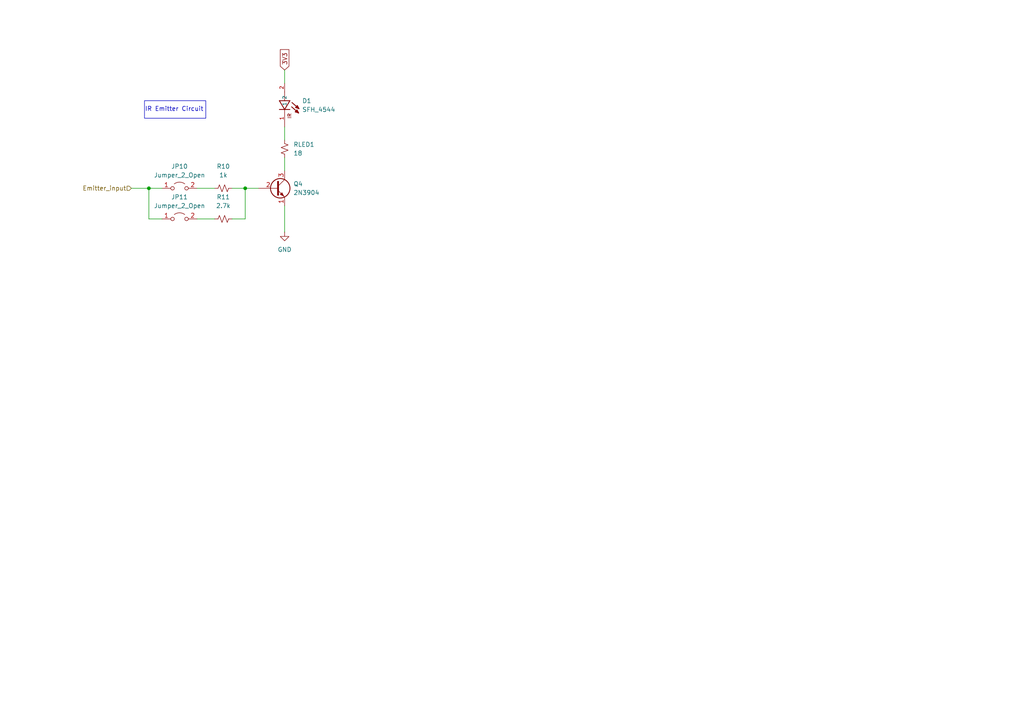
<source format=kicad_sch>
(kicad_sch (version 20231120) (generator "eeschema") (generator_version "8.0")
  (paper "A4")
  (lib_symbols
    (symbol "Device:R_Small_US" (pin_numbers hide) (pin_names (offset 0.254) hide)
      (property "Reference" "R" (at 0.762 0.508 0))
      (property "Value" "R_Small_US" (at 0.762 -1.016 0))
      (symbol "R_Small_US_1_1"
        (polyline (pts (xy 0 0) (xy 1.016 -0.381) (xy 0 -0.762) (xy -1.016 -1.143) (xy 0 -1.524)))
        (polyline (pts (xy 0 1.524) (xy 1.016 1.143) (xy 0 0.762) (xy -1.016 0.381) (xy 0 0)))
        (pin passive line (at 0 2.54 270) (length 1.016) (name "~") (number "1"))
        (pin passive line (at 0 -2.54 90) (length 1.016) (name "~") (number "2"))
      )
    )
    (symbol "Jumper:Jumper_2_Open" (pin_names (offset 0) hide)
      (property "Reference" "JP" (at 0 2.794 0))
      (property "Value" "Jumper_2_Open" (at 0 -2.286 0))
      (symbol "Jumper_2_Open_0_0"
        (circle (center -2.032 0) (radius 0.508))
        (circle (center 2.032 0) (radius 0.508))
      )
      (symbol "Jumper_2_Open_0_1"
        (arc (start 1.524 1.27) (mid 0 1.778) (end -1.524 1.27))
      )
      (symbol "Jumper_2_Open_1_1"
        (pin passive line (at -5.08 0 0) (length 2.54) (name "A") (number "1"))
        (pin passive line (at 5.08 0 180) (length 2.54) (name "B") (number "2"))
      )
    )
    (symbol "SFH_4544:SFH_4544" (pin_names (offset 1.016))
      (property "Reference" "D" (at -3.556 4.826 0))
      (property "Value" "SFH_4544" (at -3.556 -3.302 0))
      (symbol "SFH_4544_0_0"
        (polyline (pts (xy -2.54 -1.524) (xy 0 0)) (stroke (width 0.254)))
        (polyline (pts (xy -2.54 0) (xy -5.08 0)) (stroke (width 0.1524)))
        (polyline (pts (xy -2.54 0) (xy -2.54 -1.524)) (stroke (width 0.254)))
        (polyline (pts (xy -2.54 1.524) (xy -2.54 0)) (stroke (width 0.254)))
        (polyline (pts (xy -1.1176 3.683) (xy -0.2286 4.1656)) (stroke (width 0.254)))
        (polyline (pts (xy -0.9398 3.6068) (xy -0.7112 3.7592)) (stroke (width 0.254)))
        (polyline (pts (xy -0.5588 3.2004) (xy -1.1176 3.683)) (stroke (width 0.254)))
        (polyline (pts (xy -0.5588 3.2004) (xy -0.5334 3.937)) (stroke (width 0.254)))
        (polyline (pts (xy -0.5334 3.937) (xy -0.6604 3.937)) (stroke (width 0.254)))
        (polyline (pts (xy -0.2286 4.1656) (xy -2.0066 2.1336)) (stroke (width 0.254)))
        (polyline (pts (xy -0.2286 4.1656) (xy -0.5588 3.2004)) (stroke (width 0.254)))
        (polyline (pts (xy 0 0) (xy -2.54 1.524)) (stroke (width 0.254)))
        (polyline (pts (xy 0 1.524) (xy 0 -1.524)) (stroke (width 0.254)))
        (polyline (pts (xy 0.127 3.5814) (xy 1.016 4.064)) (stroke (width 0.254)))
        (polyline (pts (xy 0.3048 3.5052) (xy 0.5334 3.6576)) (stroke (width 0.254)))
        (polyline (pts (xy 0.6858 3.0988) (xy 0.127 3.5814)) (stroke (width 0.254)))
        (polyline (pts (xy 0.6858 3.0988) (xy 0.7112 3.8354)) (stroke (width 0.254)))
        (polyline (pts (xy 0.7112 3.8354) (xy 0.5842 3.8354)) (stroke (width 0.254)))
        (polyline (pts (xy 1.016 4.064) (xy -0.762 2.032)) (stroke (width 0.254)))
        (polyline (pts (xy 1.016 4.064) (xy 0.6858 3.0988)) (stroke (width 0.254)))
        (text "IR" (at 1.016 2.032 0) (effects (font (size 1.016 1.016)) (justify left bottom)))
      )
      (symbol "SFH_4544_1_0"
        (pin passive line (at 5.08 0 180) (length 5.08) (name "1") (number "1"))
        (pin passive line (at -7.62 0 0) (length 2.54) (name "2") (number "2"))
      )
    )
    (symbol "Transistor_BJT:2N3904" (pin_names (offset 0) hide)
      (property "Reference" "Q" (at 5.08 1.905 0))
      (property "Value" "2N3904" (at 5.08 0 0))
      (symbol "2N3904_0_1"
        (polyline (pts (xy 0.635 0.635) (xy 2.54 2.54)))
        (polyline (pts (xy 0.635 -0.635) (xy 2.54 -2.54) (xy 2.54 -2.54)))
        (polyline (pts (xy 0.635 1.905) (xy 0.635 -1.905) (xy 0.635 -1.905)) (stroke (width 0.508)))
        (polyline (pts (xy 1.27 -1.778) (xy 1.778 -1.27) (xy 2.286 -2.286) (xy 1.27 -1.778) (xy 1.27 -1.778)) (fill (type outline)))
        (circle (center 1.27 0) (radius 2.8194) (stroke (width 0.254)))
      )
      (symbol "2N3904_1_1"
        (pin passive line (at 2.54 -5.08 90) (length 2.54) (name "E") (number "1"))
        (pin passive line (at -5.08 0 0) (length 5.715) (name "B") (number "2"))
        (pin passive line (at 2.54 5.08 270) (length 2.54) (name "C") (number "3"))
      )
    )
    (symbol "power:GND" (power) (pin_numbers hide) (pin_names (offset 0) hide)
      (property "Value" "GND" (at 0 -3.81 0))
      (symbol "GND_0_1"
        (polyline (pts (xy 0 0) (xy 0 -1.27) (xy 1.27 -1.27) (xy 0 -2.54) (xy -1.27 -1.27) (xy 0 -1.27)))
      )
      (symbol "GND_1_1"
        (pin power_in line (at 0 0 270) (length 0) (name "~") (number "1"))
      )
    )
  )
  (junction (at 71.12 54.61))
  (junction (at 43.18 54.61))
  (wire (pts (xy 82.55 20.32) (xy 82.55 24.13)))
  (wire (pts (xy 82.55 59.69) (xy 82.55 67.31)))
  (wire (pts (xy 67.31 54.61) (xy 71.12 54.61)))
  (wire (pts (xy 43.18 54.61) (xy 46.99 54.61)))
  (wire (pts (xy 82.55 36.83) (xy 82.55 40.64)))
  (wire (pts (xy 71.12 54.61) (xy 71.12 63.5)))
  (wire (pts (xy 43.18 54.61) (xy 43.18 63.5)))
  (wire (pts (xy 57.15 54.61) (xy 62.23 54.61)))
  (wire (pts (xy 67.31 63.5) (xy 71.12 63.5)))
  (wire (pts (xy 71.12 54.61) (xy 74.93 54.61)))
  (wire (pts (xy 57.15 63.5) (xy 62.23 63.5)))
  (wire (pts (xy 82.55 45.72) (xy 82.55 49.53)))
  (wire (pts (xy 43.18 63.5) (xy 46.99 63.5)))
  (wire (pts (xy 38.1 54.61) (xy 43.18 54.61)))
  (rectangle (start 41.91 29.21) (end 59.69 34.29))
  (text "IR Emitter Circuit\n" (exclude_from_sim yes) (at 50.546 31.75 0) (effects (font (size 1.27 1.27))))
  (global_label "3V3" (shape input) (at 82.55 20.32 90) (property "Intersheetrefs" "${INTERSHEET_REFS}" (effects (hide yes))))
  (hierarchical_label "Emitter_input" (shape input) (at 38.1 54.61 180))
  (symbol (lib_id "Device:R_Small_US") (at 64.77 63.5 90) (unit 1)
    (property "Reference" "R11" (at 64.77 57.15 90))
    (property "Value" "2.7k" (at 64.77 59.69 90))
    (property "Footprint" "Resistor_THT:R_Axial_DIN0207_L6.3mm_D2.5mm_P2.54mm_Vertical" (effects (hide yes)))
    (property "Description" "Resistor, small US symbol" (effects (hide yes)))
    (property "LCSC" "C119880" (effects (hide yes)))
    (instances (project "EEE3088F_MHMZAM005_Sensing" (path "" (reference "R11") (unit 1)) (path "" (reference "R13") (unit 1)) (path "" (reference "R15") (unit 1))))
  )
  (symbol (lib_id "Jumper:Jumper_2_Open") (at 52.07 63.5 0) (unit 1)
    (property "Reference" "JP11" (at 52.07 57.15 0))
    (property "Value" "Jumper_2_Open" (at 52.07 59.69 0))
    (property "Footprint" "Jumper:SolderJumper-2_P1.3mm_Open_Pad1.0x1.5mm" (effects (hide yes)))
    (property "Description" "Jumper, 2-pole, open" (effects (hide yes)))
    (instances (project "EEE3088F_MHMZAM005_Sensing" (path "" (reference "JP11") (unit 1)) (path "" (reference "JP13") (unit 1)) (path "" (reference "JP15") (unit 1))))
  )
  (symbol (lib_id "Jumper:Jumper_2_Open") (at 52.07 54.61 0) (unit 1)
    (property "Reference" "JP10" (at 52.07 48.26 0))
    (property "Value" "Jumper_2_Open" (at 52.07 50.8 0))
    (property "Footprint" "Jumper:SolderJumper-2_P1.3mm_Open_Pad1.0x1.5mm" (effects (hide yes)))
    (property "Description" "Jumper, 2-pole, open" (effects (hide yes)))
    (instances (project "EEE3088F_MHMZAM005_Sensing" (path "" (reference "JP10") (unit 1)) (path "" (reference "JP12") (unit 1)) (path "" (reference "JP14") (unit 1))))
  )
  (symbol (lib_id "SFH_4544:SFH_4544") (at 82.55 31.75 270) (unit 1)
    (property "Reference" "D1" (at 87.63 29.2486 90) (effects (justify left)))
    (property "Value" "SFH_4544" (at 87.63 31.7886 90) (effects (justify left)))
    (property "Footprint" "LED_THT:LED_D5.0mm_Horizontal_O1.27mm_Z9.0mm" (effects (hide yes)))
    (property "MF" "OSRAM Opto" (effects (hide yes)))
    (property "Description_1" "\nInfrared (IR) Emitter 940nm 1.6V 100mA 550mW/sr @ 100mA 20° Radial\n" (effects (hide yes)))
    (property "Package" "Non-Standard OSRAM" (effects (hide yes)))
    (property "Price" "None" (effects (hide yes)))
    (property "Check_prices" "https://www.snapeda.com/parts/SFH%204544/OSRAM+Opto+Semiconductors+Inc./view-part/?ref=eda" (effects (hide yes)))
    (property "STANDARD" "Manufacturer Recommendations" (effects (hide yes)))
    (property "PARTREV" "1.3" (effects (hide yes)))
    (property "SnapEDA_Link" "https://www.snapeda.com/parts/SFH%204544/OSRAM+Opto+Semiconductors+Inc./view-part/?ref=snap" (effects (hide yes)))
    (property "MP" "SFH 4544" (effects (hide yes)))
    (property "Availability" "In Stock" (effects (hide yes)))
    (property "MANUFACTURER" "OSRAM" (effects (hide yes)))
    (property "LCSC" "C2900370" (effects (hide yes)))
    (instances (project "EEE3088F_MHMZAM005_Sensing" (path "" (reference "D1") (unit 1)) (path "" (reference "D2") (unit 1)) (path "" (reference "D3") (unit 1))))
  )
  (symbol (lib_id "Device:R_Small_US") (at 64.77 54.61 270) (unit 1)
    (property "Reference" "R10" (at 64.77 48.26 90))
    (property "Value" "1k" (at 64.77 50.8 90))
    (property "Footprint" "Resistor_THT:R_Axial_DIN0207_L6.3mm_D2.5mm_P2.54mm_Vertical" (effects (hide yes)))
    (property "Description" "Resistor, small US symbol" (effects (hide yes)))
    (property "LCSC" "C274526" (effects (hide yes)))
    (instances (project "EEE3088F_MHMZAM005_Sensing" (path "" (reference "R10") (unit 1)) (path "" (reference "R12") (unit 1)) (path "" (reference "R14") (unit 1))))
  )
  (symbol (lib_id "Transistor_BJT:2N3904") (at 80.01 54.61 0) (unit 1)
    (property "Reference" "Q4" (at 85.09 53.3399 0) (effects (justify left)))
    (property "Value" "2N3904" (at 85.09 55.8799 0) (effects (justify left)))
    (property "Footprint" "Package_TO_SOT_THT:TO-92_Inline" (effects (hide yes)))
    (property "Datasheet" "https://www.onsemi.com/pub/Collateral/2N3903-D.PDF" (effects (hide yes)))
    (property "Description" "0.2A Ic, 40V Vce, Small Signal NPN Transistor, TO-92" (effects (hide yes)))
    (property "LCSC" "C118538" (effects (hide yes)))
    (instances (project "EEE3088F_MHMZAM005_Sensing" (path "" (reference "Q4") (unit 1)) (path "" (reference "Q5") (unit 1)) (path "" (reference "Q6") (unit 1))))
  )
  (symbol (lib_id "power:GND") (at 82.55 67.31 0) (unit 1)
    (property "Reference" "#PWR06" (effects (hide yes)))
    (property "Value" "GND" (at 82.55 72.39 0))
    (property "Description" "Power symbol creates a global label with name \"GND\" , ground" (effects (hide yes)))
    (instances (project "EEE3088F_MHMZAM005_Sensing" (path "" (reference "#PWR06") (unit 1)) (path "" (reference "#PWR07") (unit 1)) (path "" (reference "#PWR08") (unit 1))))
  )
  (symbol (lib_id "Device:R_Small_US") (at 82.55 43.18 180) (unit 1)
    (property "Reference" "RLED1" (at 85.09 41.9099 0) (effects (justify right)))
    (property "Value" "18" (at 85.09 44.4499 0) (effects (justify right)))
    (property "Footprint" "Resistor_THT:R_Axial_DIN0207_L6.3mm_D2.5mm_P2.54mm_Vertical" (effects (hide yes)))
    (property "Description" "Resistor, small US symbol" (effects (hide yes)))
    (property "LCSC" "C172523" (effects (hide yes)))
    (instances (project "EEE3088F_MHMZAM005_Sensing" (path "" (reference "RLED1") (unit 1)) (path "" (reference "RLED2") (unit 1)) (path "" (reference "RLED3") (unit 1))))
  )
)
</source>
